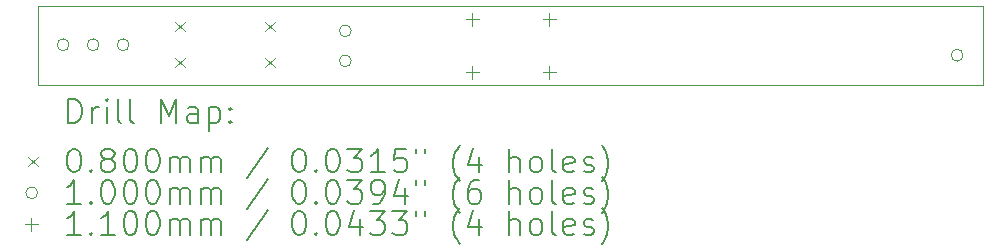
<source format=gbr>
%TF.GenerationSoftware,KiCad,Pcbnew,7.0.10*%
%TF.CreationDate,2024-01-11T16:27:45+00:00*%
%TF.ProjectId,TrapdoorGrid_Andrew,54726170-646f-46f7-9247-7269645f416e,rev?*%
%TF.SameCoordinates,Original*%
%TF.FileFunction,Drillmap*%
%TF.FilePolarity,Positive*%
%FSLAX45Y45*%
G04 Gerber Fmt 4.5, Leading zero omitted, Abs format (unit mm)*
G04 Created by KiCad (PCBNEW 7.0.10) date 2024-01-11 16:27:45*
%MOMM*%
%LPD*%
G01*
G04 APERTURE LIST*
%ADD10C,0.100000*%
%ADD11C,0.200000*%
%ADD12C,0.110000*%
G04 APERTURE END LIST*
D10*
X10000000Y-10000000D02*
X18000000Y-10000000D01*
X18000000Y-10670000D01*
X10000000Y-10670000D01*
X10000000Y-10000000D01*
D11*
D10*
X11161400Y-10132700D02*
X11241400Y-10212700D01*
X11241400Y-10132700D02*
X11161400Y-10212700D01*
X11161400Y-10437500D02*
X11241400Y-10517500D01*
X11241400Y-10437500D02*
X11161400Y-10517500D01*
X11923400Y-10132700D02*
X12003400Y-10212700D01*
X12003400Y-10132700D02*
X11923400Y-10212700D01*
X11923400Y-10437500D02*
X12003400Y-10517500D01*
X12003400Y-10437500D02*
X11923400Y-10517500D01*
X10260800Y-10325100D02*
G75*
G03*
X10160800Y-10325100I-50000J0D01*
G01*
X10160800Y-10325100D02*
G75*
G03*
X10260800Y-10325100I50000J0D01*
G01*
X10514800Y-10325100D02*
G75*
G03*
X10414800Y-10325100I-50000J0D01*
G01*
X10414800Y-10325100D02*
G75*
G03*
X10514800Y-10325100I50000J0D01*
G01*
X10768800Y-10325100D02*
G75*
G03*
X10668800Y-10325100I-50000J0D01*
G01*
X10668800Y-10325100D02*
G75*
G03*
X10768800Y-10325100I50000J0D01*
G01*
X12650000Y-10207500D02*
G75*
G03*
X12550000Y-10207500I-50000J0D01*
G01*
X12550000Y-10207500D02*
G75*
G03*
X12650000Y-10207500I50000J0D01*
G01*
X12650000Y-10461500D02*
G75*
G03*
X12550000Y-10461500I-50000J0D01*
G01*
X12550000Y-10461500D02*
G75*
G03*
X12650000Y-10461500I50000J0D01*
G01*
X17830000Y-10414000D02*
G75*
G03*
X17730000Y-10414000I-50000J0D01*
G01*
X17730000Y-10414000D02*
G75*
G03*
X17830000Y-10414000I50000J0D01*
G01*
D12*
X13675000Y-10055000D02*
X13675000Y-10165000D01*
X13620000Y-10110000D02*
X13730000Y-10110000D01*
X13675000Y-10505000D02*
X13675000Y-10615000D01*
X13620000Y-10560000D02*
X13730000Y-10560000D01*
X14325000Y-10055000D02*
X14325000Y-10165000D01*
X14270000Y-10110000D02*
X14380000Y-10110000D01*
X14325000Y-10505000D02*
X14325000Y-10615000D01*
X14270000Y-10560000D02*
X14380000Y-10560000D01*
D11*
X10255777Y-10986484D02*
X10255777Y-10786484D01*
X10255777Y-10786484D02*
X10303396Y-10786484D01*
X10303396Y-10786484D02*
X10331967Y-10796008D01*
X10331967Y-10796008D02*
X10351015Y-10815055D01*
X10351015Y-10815055D02*
X10360539Y-10834103D01*
X10360539Y-10834103D02*
X10370063Y-10872198D01*
X10370063Y-10872198D02*
X10370063Y-10900770D01*
X10370063Y-10900770D02*
X10360539Y-10938865D01*
X10360539Y-10938865D02*
X10351015Y-10957912D01*
X10351015Y-10957912D02*
X10331967Y-10976960D01*
X10331967Y-10976960D02*
X10303396Y-10986484D01*
X10303396Y-10986484D02*
X10255777Y-10986484D01*
X10455777Y-10986484D02*
X10455777Y-10853150D01*
X10455777Y-10891246D02*
X10465301Y-10872198D01*
X10465301Y-10872198D02*
X10474824Y-10862674D01*
X10474824Y-10862674D02*
X10493872Y-10853150D01*
X10493872Y-10853150D02*
X10512920Y-10853150D01*
X10579586Y-10986484D02*
X10579586Y-10853150D01*
X10579586Y-10786484D02*
X10570063Y-10796008D01*
X10570063Y-10796008D02*
X10579586Y-10805531D01*
X10579586Y-10805531D02*
X10589110Y-10796008D01*
X10589110Y-10796008D02*
X10579586Y-10786484D01*
X10579586Y-10786484D02*
X10579586Y-10805531D01*
X10703396Y-10986484D02*
X10684348Y-10976960D01*
X10684348Y-10976960D02*
X10674824Y-10957912D01*
X10674824Y-10957912D02*
X10674824Y-10786484D01*
X10808158Y-10986484D02*
X10789110Y-10976960D01*
X10789110Y-10976960D02*
X10779586Y-10957912D01*
X10779586Y-10957912D02*
X10779586Y-10786484D01*
X11036729Y-10986484D02*
X11036729Y-10786484D01*
X11036729Y-10786484D02*
X11103396Y-10929341D01*
X11103396Y-10929341D02*
X11170063Y-10786484D01*
X11170063Y-10786484D02*
X11170063Y-10986484D01*
X11351015Y-10986484D02*
X11351015Y-10881722D01*
X11351015Y-10881722D02*
X11341491Y-10862674D01*
X11341491Y-10862674D02*
X11322443Y-10853150D01*
X11322443Y-10853150D02*
X11284348Y-10853150D01*
X11284348Y-10853150D02*
X11265301Y-10862674D01*
X11351015Y-10976960D02*
X11331967Y-10986484D01*
X11331967Y-10986484D02*
X11284348Y-10986484D01*
X11284348Y-10986484D02*
X11265301Y-10976960D01*
X11265301Y-10976960D02*
X11255777Y-10957912D01*
X11255777Y-10957912D02*
X11255777Y-10938865D01*
X11255777Y-10938865D02*
X11265301Y-10919817D01*
X11265301Y-10919817D02*
X11284348Y-10910293D01*
X11284348Y-10910293D02*
X11331967Y-10910293D01*
X11331967Y-10910293D02*
X11351015Y-10900770D01*
X11446253Y-10853150D02*
X11446253Y-11053150D01*
X11446253Y-10862674D02*
X11465301Y-10853150D01*
X11465301Y-10853150D02*
X11503396Y-10853150D01*
X11503396Y-10853150D02*
X11522443Y-10862674D01*
X11522443Y-10862674D02*
X11531967Y-10872198D01*
X11531967Y-10872198D02*
X11541491Y-10891246D01*
X11541491Y-10891246D02*
X11541491Y-10948389D01*
X11541491Y-10948389D02*
X11531967Y-10967436D01*
X11531967Y-10967436D02*
X11522443Y-10976960D01*
X11522443Y-10976960D02*
X11503396Y-10986484D01*
X11503396Y-10986484D02*
X11465301Y-10986484D01*
X11465301Y-10986484D02*
X11446253Y-10976960D01*
X11627205Y-10967436D02*
X11636729Y-10976960D01*
X11636729Y-10976960D02*
X11627205Y-10986484D01*
X11627205Y-10986484D02*
X11617682Y-10976960D01*
X11617682Y-10976960D02*
X11627205Y-10967436D01*
X11627205Y-10967436D02*
X11627205Y-10986484D01*
X11627205Y-10862674D02*
X11636729Y-10872198D01*
X11636729Y-10872198D02*
X11627205Y-10881722D01*
X11627205Y-10881722D02*
X11617682Y-10872198D01*
X11617682Y-10872198D02*
X11627205Y-10862674D01*
X11627205Y-10862674D02*
X11627205Y-10881722D01*
D10*
X9915000Y-11275000D02*
X9995000Y-11355000D01*
X9995000Y-11275000D02*
X9915000Y-11355000D01*
D11*
X10293872Y-11206484D02*
X10312920Y-11206484D01*
X10312920Y-11206484D02*
X10331967Y-11216008D01*
X10331967Y-11216008D02*
X10341491Y-11225531D01*
X10341491Y-11225531D02*
X10351015Y-11244579D01*
X10351015Y-11244579D02*
X10360539Y-11282674D01*
X10360539Y-11282674D02*
X10360539Y-11330293D01*
X10360539Y-11330293D02*
X10351015Y-11368388D01*
X10351015Y-11368388D02*
X10341491Y-11387436D01*
X10341491Y-11387436D02*
X10331967Y-11396960D01*
X10331967Y-11396960D02*
X10312920Y-11406484D01*
X10312920Y-11406484D02*
X10293872Y-11406484D01*
X10293872Y-11406484D02*
X10274824Y-11396960D01*
X10274824Y-11396960D02*
X10265301Y-11387436D01*
X10265301Y-11387436D02*
X10255777Y-11368388D01*
X10255777Y-11368388D02*
X10246253Y-11330293D01*
X10246253Y-11330293D02*
X10246253Y-11282674D01*
X10246253Y-11282674D02*
X10255777Y-11244579D01*
X10255777Y-11244579D02*
X10265301Y-11225531D01*
X10265301Y-11225531D02*
X10274824Y-11216008D01*
X10274824Y-11216008D02*
X10293872Y-11206484D01*
X10446253Y-11387436D02*
X10455777Y-11396960D01*
X10455777Y-11396960D02*
X10446253Y-11406484D01*
X10446253Y-11406484D02*
X10436729Y-11396960D01*
X10436729Y-11396960D02*
X10446253Y-11387436D01*
X10446253Y-11387436D02*
X10446253Y-11406484D01*
X10570063Y-11292198D02*
X10551015Y-11282674D01*
X10551015Y-11282674D02*
X10541491Y-11273150D01*
X10541491Y-11273150D02*
X10531967Y-11254103D01*
X10531967Y-11254103D02*
X10531967Y-11244579D01*
X10531967Y-11244579D02*
X10541491Y-11225531D01*
X10541491Y-11225531D02*
X10551015Y-11216008D01*
X10551015Y-11216008D02*
X10570063Y-11206484D01*
X10570063Y-11206484D02*
X10608158Y-11206484D01*
X10608158Y-11206484D02*
X10627205Y-11216008D01*
X10627205Y-11216008D02*
X10636729Y-11225531D01*
X10636729Y-11225531D02*
X10646253Y-11244579D01*
X10646253Y-11244579D02*
X10646253Y-11254103D01*
X10646253Y-11254103D02*
X10636729Y-11273150D01*
X10636729Y-11273150D02*
X10627205Y-11282674D01*
X10627205Y-11282674D02*
X10608158Y-11292198D01*
X10608158Y-11292198D02*
X10570063Y-11292198D01*
X10570063Y-11292198D02*
X10551015Y-11301722D01*
X10551015Y-11301722D02*
X10541491Y-11311246D01*
X10541491Y-11311246D02*
X10531967Y-11330293D01*
X10531967Y-11330293D02*
X10531967Y-11368388D01*
X10531967Y-11368388D02*
X10541491Y-11387436D01*
X10541491Y-11387436D02*
X10551015Y-11396960D01*
X10551015Y-11396960D02*
X10570063Y-11406484D01*
X10570063Y-11406484D02*
X10608158Y-11406484D01*
X10608158Y-11406484D02*
X10627205Y-11396960D01*
X10627205Y-11396960D02*
X10636729Y-11387436D01*
X10636729Y-11387436D02*
X10646253Y-11368388D01*
X10646253Y-11368388D02*
X10646253Y-11330293D01*
X10646253Y-11330293D02*
X10636729Y-11311246D01*
X10636729Y-11311246D02*
X10627205Y-11301722D01*
X10627205Y-11301722D02*
X10608158Y-11292198D01*
X10770063Y-11206484D02*
X10789110Y-11206484D01*
X10789110Y-11206484D02*
X10808158Y-11216008D01*
X10808158Y-11216008D02*
X10817682Y-11225531D01*
X10817682Y-11225531D02*
X10827205Y-11244579D01*
X10827205Y-11244579D02*
X10836729Y-11282674D01*
X10836729Y-11282674D02*
X10836729Y-11330293D01*
X10836729Y-11330293D02*
X10827205Y-11368388D01*
X10827205Y-11368388D02*
X10817682Y-11387436D01*
X10817682Y-11387436D02*
X10808158Y-11396960D01*
X10808158Y-11396960D02*
X10789110Y-11406484D01*
X10789110Y-11406484D02*
X10770063Y-11406484D01*
X10770063Y-11406484D02*
X10751015Y-11396960D01*
X10751015Y-11396960D02*
X10741491Y-11387436D01*
X10741491Y-11387436D02*
X10731967Y-11368388D01*
X10731967Y-11368388D02*
X10722444Y-11330293D01*
X10722444Y-11330293D02*
X10722444Y-11282674D01*
X10722444Y-11282674D02*
X10731967Y-11244579D01*
X10731967Y-11244579D02*
X10741491Y-11225531D01*
X10741491Y-11225531D02*
X10751015Y-11216008D01*
X10751015Y-11216008D02*
X10770063Y-11206484D01*
X10960539Y-11206484D02*
X10979586Y-11206484D01*
X10979586Y-11206484D02*
X10998634Y-11216008D01*
X10998634Y-11216008D02*
X11008158Y-11225531D01*
X11008158Y-11225531D02*
X11017682Y-11244579D01*
X11017682Y-11244579D02*
X11027205Y-11282674D01*
X11027205Y-11282674D02*
X11027205Y-11330293D01*
X11027205Y-11330293D02*
X11017682Y-11368388D01*
X11017682Y-11368388D02*
X11008158Y-11387436D01*
X11008158Y-11387436D02*
X10998634Y-11396960D01*
X10998634Y-11396960D02*
X10979586Y-11406484D01*
X10979586Y-11406484D02*
X10960539Y-11406484D01*
X10960539Y-11406484D02*
X10941491Y-11396960D01*
X10941491Y-11396960D02*
X10931967Y-11387436D01*
X10931967Y-11387436D02*
X10922444Y-11368388D01*
X10922444Y-11368388D02*
X10912920Y-11330293D01*
X10912920Y-11330293D02*
X10912920Y-11282674D01*
X10912920Y-11282674D02*
X10922444Y-11244579D01*
X10922444Y-11244579D02*
X10931967Y-11225531D01*
X10931967Y-11225531D02*
X10941491Y-11216008D01*
X10941491Y-11216008D02*
X10960539Y-11206484D01*
X11112920Y-11406484D02*
X11112920Y-11273150D01*
X11112920Y-11292198D02*
X11122444Y-11282674D01*
X11122444Y-11282674D02*
X11141491Y-11273150D01*
X11141491Y-11273150D02*
X11170063Y-11273150D01*
X11170063Y-11273150D02*
X11189110Y-11282674D01*
X11189110Y-11282674D02*
X11198634Y-11301722D01*
X11198634Y-11301722D02*
X11198634Y-11406484D01*
X11198634Y-11301722D02*
X11208158Y-11282674D01*
X11208158Y-11282674D02*
X11227205Y-11273150D01*
X11227205Y-11273150D02*
X11255777Y-11273150D01*
X11255777Y-11273150D02*
X11274824Y-11282674D01*
X11274824Y-11282674D02*
X11284348Y-11301722D01*
X11284348Y-11301722D02*
X11284348Y-11406484D01*
X11379586Y-11406484D02*
X11379586Y-11273150D01*
X11379586Y-11292198D02*
X11389110Y-11282674D01*
X11389110Y-11282674D02*
X11408158Y-11273150D01*
X11408158Y-11273150D02*
X11436729Y-11273150D01*
X11436729Y-11273150D02*
X11455777Y-11282674D01*
X11455777Y-11282674D02*
X11465301Y-11301722D01*
X11465301Y-11301722D02*
X11465301Y-11406484D01*
X11465301Y-11301722D02*
X11474824Y-11282674D01*
X11474824Y-11282674D02*
X11493872Y-11273150D01*
X11493872Y-11273150D02*
X11522443Y-11273150D01*
X11522443Y-11273150D02*
X11541491Y-11282674D01*
X11541491Y-11282674D02*
X11551015Y-11301722D01*
X11551015Y-11301722D02*
X11551015Y-11406484D01*
X11941491Y-11196960D02*
X11770063Y-11454103D01*
X12198634Y-11206484D02*
X12217682Y-11206484D01*
X12217682Y-11206484D02*
X12236729Y-11216008D01*
X12236729Y-11216008D02*
X12246253Y-11225531D01*
X12246253Y-11225531D02*
X12255777Y-11244579D01*
X12255777Y-11244579D02*
X12265301Y-11282674D01*
X12265301Y-11282674D02*
X12265301Y-11330293D01*
X12265301Y-11330293D02*
X12255777Y-11368388D01*
X12255777Y-11368388D02*
X12246253Y-11387436D01*
X12246253Y-11387436D02*
X12236729Y-11396960D01*
X12236729Y-11396960D02*
X12217682Y-11406484D01*
X12217682Y-11406484D02*
X12198634Y-11406484D01*
X12198634Y-11406484D02*
X12179586Y-11396960D01*
X12179586Y-11396960D02*
X12170063Y-11387436D01*
X12170063Y-11387436D02*
X12160539Y-11368388D01*
X12160539Y-11368388D02*
X12151015Y-11330293D01*
X12151015Y-11330293D02*
X12151015Y-11282674D01*
X12151015Y-11282674D02*
X12160539Y-11244579D01*
X12160539Y-11244579D02*
X12170063Y-11225531D01*
X12170063Y-11225531D02*
X12179586Y-11216008D01*
X12179586Y-11216008D02*
X12198634Y-11206484D01*
X12351015Y-11387436D02*
X12360539Y-11396960D01*
X12360539Y-11396960D02*
X12351015Y-11406484D01*
X12351015Y-11406484D02*
X12341491Y-11396960D01*
X12341491Y-11396960D02*
X12351015Y-11387436D01*
X12351015Y-11387436D02*
X12351015Y-11406484D01*
X12484348Y-11206484D02*
X12503396Y-11206484D01*
X12503396Y-11206484D02*
X12522444Y-11216008D01*
X12522444Y-11216008D02*
X12531967Y-11225531D01*
X12531967Y-11225531D02*
X12541491Y-11244579D01*
X12541491Y-11244579D02*
X12551015Y-11282674D01*
X12551015Y-11282674D02*
X12551015Y-11330293D01*
X12551015Y-11330293D02*
X12541491Y-11368388D01*
X12541491Y-11368388D02*
X12531967Y-11387436D01*
X12531967Y-11387436D02*
X12522444Y-11396960D01*
X12522444Y-11396960D02*
X12503396Y-11406484D01*
X12503396Y-11406484D02*
X12484348Y-11406484D01*
X12484348Y-11406484D02*
X12465301Y-11396960D01*
X12465301Y-11396960D02*
X12455777Y-11387436D01*
X12455777Y-11387436D02*
X12446253Y-11368388D01*
X12446253Y-11368388D02*
X12436729Y-11330293D01*
X12436729Y-11330293D02*
X12436729Y-11282674D01*
X12436729Y-11282674D02*
X12446253Y-11244579D01*
X12446253Y-11244579D02*
X12455777Y-11225531D01*
X12455777Y-11225531D02*
X12465301Y-11216008D01*
X12465301Y-11216008D02*
X12484348Y-11206484D01*
X12617682Y-11206484D02*
X12741491Y-11206484D01*
X12741491Y-11206484D02*
X12674825Y-11282674D01*
X12674825Y-11282674D02*
X12703396Y-11282674D01*
X12703396Y-11282674D02*
X12722444Y-11292198D01*
X12722444Y-11292198D02*
X12731967Y-11301722D01*
X12731967Y-11301722D02*
X12741491Y-11320769D01*
X12741491Y-11320769D02*
X12741491Y-11368388D01*
X12741491Y-11368388D02*
X12731967Y-11387436D01*
X12731967Y-11387436D02*
X12722444Y-11396960D01*
X12722444Y-11396960D02*
X12703396Y-11406484D01*
X12703396Y-11406484D02*
X12646253Y-11406484D01*
X12646253Y-11406484D02*
X12627206Y-11396960D01*
X12627206Y-11396960D02*
X12617682Y-11387436D01*
X12931967Y-11406484D02*
X12817682Y-11406484D01*
X12874825Y-11406484D02*
X12874825Y-11206484D01*
X12874825Y-11206484D02*
X12855777Y-11235055D01*
X12855777Y-11235055D02*
X12836729Y-11254103D01*
X12836729Y-11254103D02*
X12817682Y-11263627D01*
X13112920Y-11206484D02*
X13017682Y-11206484D01*
X13017682Y-11206484D02*
X13008158Y-11301722D01*
X13008158Y-11301722D02*
X13017682Y-11292198D01*
X13017682Y-11292198D02*
X13036729Y-11282674D01*
X13036729Y-11282674D02*
X13084348Y-11282674D01*
X13084348Y-11282674D02*
X13103396Y-11292198D01*
X13103396Y-11292198D02*
X13112920Y-11301722D01*
X13112920Y-11301722D02*
X13122444Y-11320769D01*
X13122444Y-11320769D02*
X13122444Y-11368388D01*
X13122444Y-11368388D02*
X13112920Y-11387436D01*
X13112920Y-11387436D02*
X13103396Y-11396960D01*
X13103396Y-11396960D02*
X13084348Y-11406484D01*
X13084348Y-11406484D02*
X13036729Y-11406484D01*
X13036729Y-11406484D02*
X13017682Y-11396960D01*
X13017682Y-11396960D02*
X13008158Y-11387436D01*
X13198634Y-11206484D02*
X13198634Y-11244579D01*
X13274825Y-11206484D02*
X13274825Y-11244579D01*
X13570063Y-11482674D02*
X13560539Y-11473150D01*
X13560539Y-11473150D02*
X13541491Y-11444579D01*
X13541491Y-11444579D02*
X13531968Y-11425531D01*
X13531968Y-11425531D02*
X13522444Y-11396960D01*
X13522444Y-11396960D02*
X13512920Y-11349341D01*
X13512920Y-11349341D02*
X13512920Y-11311246D01*
X13512920Y-11311246D02*
X13522444Y-11263627D01*
X13522444Y-11263627D02*
X13531968Y-11235055D01*
X13531968Y-11235055D02*
X13541491Y-11216008D01*
X13541491Y-11216008D02*
X13560539Y-11187436D01*
X13560539Y-11187436D02*
X13570063Y-11177912D01*
X13731968Y-11273150D02*
X13731968Y-11406484D01*
X13684348Y-11196960D02*
X13636729Y-11339817D01*
X13636729Y-11339817D02*
X13760539Y-11339817D01*
X13989110Y-11406484D02*
X13989110Y-11206484D01*
X14074825Y-11406484D02*
X14074825Y-11301722D01*
X14074825Y-11301722D02*
X14065301Y-11282674D01*
X14065301Y-11282674D02*
X14046253Y-11273150D01*
X14046253Y-11273150D02*
X14017682Y-11273150D01*
X14017682Y-11273150D02*
X13998634Y-11282674D01*
X13998634Y-11282674D02*
X13989110Y-11292198D01*
X14198634Y-11406484D02*
X14179587Y-11396960D01*
X14179587Y-11396960D02*
X14170063Y-11387436D01*
X14170063Y-11387436D02*
X14160539Y-11368388D01*
X14160539Y-11368388D02*
X14160539Y-11311246D01*
X14160539Y-11311246D02*
X14170063Y-11292198D01*
X14170063Y-11292198D02*
X14179587Y-11282674D01*
X14179587Y-11282674D02*
X14198634Y-11273150D01*
X14198634Y-11273150D02*
X14227206Y-11273150D01*
X14227206Y-11273150D02*
X14246253Y-11282674D01*
X14246253Y-11282674D02*
X14255777Y-11292198D01*
X14255777Y-11292198D02*
X14265301Y-11311246D01*
X14265301Y-11311246D02*
X14265301Y-11368388D01*
X14265301Y-11368388D02*
X14255777Y-11387436D01*
X14255777Y-11387436D02*
X14246253Y-11396960D01*
X14246253Y-11396960D02*
X14227206Y-11406484D01*
X14227206Y-11406484D02*
X14198634Y-11406484D01*
X14379587Y-11406484D02*
X14360539Y-11396960D01*
X14360539Y-11396960D02*
X14351015Y-11377912D01*
X14351015Y-11377912D02*
X14351015Y-11206484D01*
X14531968Y-11396960D02*
X14512920Y-11406484D01*
X14512920Y-11406484D02*
X14474825Y-11406484D01*
X14474825Y-11406484D02*
X14455777Y-11396960D01*
X14455777Y-11396960D02*
X14446253Y-11377912D01*
X14446253Y-11377912D02*
X14446253Y-11301722D01*
X14446253Y-11301722D02*
X14455777Y-11282674D01*
X14455777Y-11282674D02*
X14474825Y-11273150D01*
X14474825Y-11273150D02*
X14512920Y-11273150D01*
X14512920Y-11273150D02*
X14531968Y-11282674D01*
X14531968Y-11282674D02*
X14541491Y-11301722D01*
X14541491Y-11301722D02*
X14541491Y-11320769D01*
X14541491Y-11320769D02*
X14446253Y-11339817D01*
X14617682Y-11396960D02*
X14636730Y-11406484D01*
X14636730Y-11406484D02*
X14674825Y-11406484D01*
X14674825Y-11406484D02*
X14693872Y-11396960D01*
X14693872Y-11396960D02*
X14703396Y-11377912D01*
X14703396Y-11377912D02*
X14703396Y-11368388D01*
X14703396Y-11368388D02*
X14693872Y-11349341D01*
X14693872Y-11349341D02*
X14674825Y-11339817D01*
X14674825Y-11339817D02*
X14646253Y-11339817D01*
X14646253Y-11339817D02*
X14627206Y-11330293D01*
X14627206Y-11330293D02*
X14617682Y-11311246D01*
X14617682Y-11311246D02*
X14617682Y-11301722D01*
X14617682Y-11301722D02*
X14627206Y-11282674D01*
X14627206Y-11282674D02*
X14646253Y-11273150D01*
X14646253Y-11273150D02*
X14674825Y-11273150D01*
X14674825Y-11273150D02*
X14693872Y-11282674D01*
X14770063Y-11482674D02*
X14779587Y-11473150D01*
X14779587Y-11473150D02*
X14798634Y-11444579D01*
X14798634Y-11444579D02*
X14808158Y-11425531D01*
X14808158Y-11425531D02*
X14817682Y-11396960D01*
X14817682Y-11396960D02*
X14827206Y-11349341D01*
X14827206Y-11349341D02*
X14827206Y-11311246D01*
X14827206Y-11311246D02*
X14817682Y-11263627D01*
X14817682Y-11263627D02*
X14808158Y-11235055D01*
X14808158Y-11235055D02*
X14798634Y-11216008D01*
X14798634Y-11216008D02*
X14779587Y-11187436D01*
X14779587Y-11187436D02*
X14770063Y-11177912D01*
D10*
X9995000Y-11579000D02*
G75*
G03*
X9895000Y-11579000I-50000J0D01*
G01*
X9895000Y-11579000D02*
G75*
G03*
X9995000Y-11579000I50000J0D01*
G01*
D11*
X10360539Y-11670484D02*
X10246253Y-11670484D01*
X10303396Y-11670484D02*
X10303396Y-11470484D01*
X10303396Y-11470484D02*
X10284348Y-11499055D01*
X10284348Y-11499055D02*
X10265301Y-11518103D01*
X10265301Y-11518103D02*
X10246253Y-11527627D01*
X10446253Y-11651436D02*
X10455777Y-11660960D01*
X10455777Y-11660960D02*
X10446253Y-11670484D01*
X10446253Y-11670484D02*
X10436729Y-11660960D01*
X10436729Y-11660960D02*
X10446253Y-11651436D01*
X10446253Y-11651436D02*
X10446253Y-11670484D01*
X10579586Y-11470484D02*
X10598634Y-11470484D01*
X10598634Y-11470484D02*
X10617682Y-11480008D01*
X10617682Y-11480008D02*
X10627205Y-11489531D01*
X10627205Y-11489531D02*
X10636729Y-11508579D01*
X10636729Y-11508579D02*
X10646253Y-11546674D01*
X10646253Y-11546674D02*
X10646253Y-11594293D01*
X10646253Y-11594293D02*
X10636729Y-11632388D01*
X10636729Y-11632388D02*
X10627205Y-11651436D01*
X10627205Y-11651436D02*
X10617682Y-11660960D01*
X10617682Y-11660960D02*
X10598634Y-11670484D01*
X10598634Y-11670484D02*
X10579586Y-11670484D01*
X10579586Y-11670484D02*
X10560539Y-11660960D01*
X10560539Y-11660960D02*
X10551015Y-11651436D01*
X10551015Y-11651436D02*
X10541491Y-11632388D01*
X10541491Y-11632388D02*
X10531967Y-11594293D01*
X10531967Y-11594293D02*
X10531967Y-11546674D01*
X10531967Y-11546674D02*
X10541491Y-11508579D01*
X10541491Y-11508579D02*
X10551015Y-11489531D01*
X10551015Y-11489531D02*
X10560539Y-11480008D01*
X10560539Y-11480008D02*
X10579586Y-11470484D01*
X10770063Y-11470484D02*
X10789110Y-11470484D01*
X10789110Y-11470484D02*
X10808158Y-11480008D01*
X10808158Y-11480008D02*
X10817682Y-11489531D01*
X10817682Y-11489531D02*
X10827205Y-11508579D01*
X10827205Y-11508579D02*
X10836729Y-11546674D01*
X10836729Y-11546674D02*
X10836729Y-11594293D01*
X10836729Y-11594293D02*
X10827205Y-11632388D01*
X10827205Y-11632388D02*
X10817682Y-11651436D01*
X10817682Y-11651436D02*
X10808158Y-11660960D01*
X10808158Y-11660960D02*
X10789110Y-11670484D01*
X10789110Y-11670484D02*
X10770063Y-11670484D01*
X10770063Y-11670484D02*
X10751015Y-11660960D01*
X10751015Y-11660960D02*
X10741491Y-11651436D01*
X10741491Y-11651436D02*
X10731967Y-11632388D01*
X10731967Y-11632388D02*
X10722444Y-11594293D01*
X10722444Y-11594293D02*
X10722444Y-11546674D01*
X10722444Y-11546674D02*
X10731967Y-11508579D01*
X10731967Y-11508579D02*
X10741491Y-11489531D01*
X10741491Y-11489531D02*
X10751015Y-11480008D01*
X10751015Y-11480008D02*
X10770063Y-11470484D01*
X10960539Y-11470484D02*
X10979586Y-11470484D01*
X10979586Y-11470484D02*
X10998634Y-11480008D01*
X10998634Y-11480008D02*
X11008158Y-11489531D01*
X11008158Y-11489531D02*
X11017682Y-11508579D01*
X11017682Y-11508579D02*
X11027205Y-11546674D01*
X11027205Y-11546674D02*
X11027205Y-11594293D01*
X11027205Y-11594293D02*
X11017682Y-11632388D01*
X11017682Y-11632388D02*
X11008158Y-11651436D01*
X11008158Y-11651436D02*
X10998634Y-11660960D01*
X10998634Y-11660960D02*
X10979586Y-11670484D01*
X10979586Y-11670484D02*
X10960539Y-11670484D01*
X10960539Y-11670484D02*
X10941491Y-11660960D01*
X10941491Y-11660960D02*
X10931967Y-11651436D01*
X10931967Y-11651436D02*
X10922444Y-11632388D01*
X10922444Y-11632388D02*
X10912920Y-11594293D01*
X10912920Y-11594293D02*
X10912920Y-11546674D01*
X10912920Y-11546674D02*
X10922444Y-11508579D01*
X10922444Y-11508579D02*
X10931967Y-11489531D01*
X10931967Y-11489531D02*
X10941491Y-11480008D01*
X10941491Y-11480008D02*
X10960539Y-11470484D01*
X11112920Y-11670484D02*
X11112920Y-11537150D01*
X11112920Y-11556198D02*
X11122444Y-11546674D01*
X11122444Y-11546674D02*
X11141491Y-11537150D01*
X11141491Y-11537150D02*
X11170063Y-11537150D01*
X11170063Y-11537150D02*
X11189110Y-11546674D01*
X11189110Y-11546674D02*
X11198634Y-11565722D01*
X11198634Y-11565722D02*
X11198634Y-11670484D01*
X11198634Y-11565722D02*
X11208158Y-11546674D01*
X11208158Y-11546674D02*
X11227205Y-11537150D01*
X11227205Y-11537150D02*
X11255777Y-11537150D01*
X11255777Y-11537150D02*
X11274824Y-11546674D01*
X11274824Y-11546674D02*
X11284348Y-11565722D01*
X11284348Y-11565722D02*
X11284348Y-11670484D01*
X11379586Y-11670484D02*
X11379586Y-11537150D01*
X11379586Y-11556198D02*
X11389110Y-11546674D01*
X11389110Y-11546674D02*
X11408158Y-11537150D01*
X11408158Y-11537150D02*
X11436729Y-11537150D01*
X11436729Y-11537150D02*
X11455777Y-11546674D01*
X11455777Y-11546674D02*
X11465301Y-11565722D01*
X11465301Y-11565722D02*
X11465301Y-11670484D01*
X11465301Y-11565722D02*
X11474824Y-11546674D01*
X11474824Y-11546674D02*
X11493872Y-11537150D01*
X11493872Y-11537150D02*
X11522443Y-11537150D01*
X11522443Y-11537150D02*
X11541491Y-11546674D01*
X11541491Y-11546674D02*
X11551015Y-11565722D01*
X11551015Y-11565722D02*
X11551015Y-11670484D01*
X11941491Y-11460960D02*
X11770063Y-11718103D01*
X12198634Y-11470484D02*
X12217682Y-11470484D01*
X12217682Y-11470484D02*
X12236729Y-11480008D01*
X12236729Y-11480008D02*
X12246253Y-11489531D01*
X12246253Y-11489531D02*
X12255777Y-11508579D01*
X12255777Y-11508579D02*
X12265301Y-11546674D01*
X12265301Y-11546674D02*
X12265301Y-11594293D01*
X12265301Y-11594293D02*
X12255777Y-11632388D01*
X12255777Y-11632388D02*
X12246253Y-11651436D01*
X12246253Y-11651436D02*
X12236729Y-11660960D01*
X12236729Y-11660960D02*
X12217682Y-11670484D01*
X12217682Y-11670484D02*
X12198634Y-11670484D01*
X12198634Y-11670484D02*
X12179586Y-11660960D01*
X12179586Y-11660960D02*
X12170063Y-11651436D01*
X12170063Y-11651436D02*
X12160539Y-11632388D01*
X12160539Y-11632388D02*
X12151015Y-11594293D01*
X12151015Y-11594293D02*
X12151015Y-11546674D01*
X12151015Y-11546674D02*
X12160539Y-11508579D01*
X12160539Y-11508579D02*
X12170063Y-11489531D01*
X12170063Y-11489531D02*
X12179586Y-11480008D01*
X12179586Y-11480008D02*
X12198634Y-11470484D01*
X12351015Y-11651436D02*
X12360539Y-11660960D01*
X12360539Y-11660960D02*
X12351015Y-11670484D01*
X12351015Y-11670484D02*
X12341491Y-11660960D01*
X12341491Y-11660960D02*
X12351015Y-11651436D01*
X12351015Y-11651436D02*
X12351015Y-11670484D01*
X12484348Y-11470484D02*
X12503396Y-11470484D01*
X12503396Y-11470484D02*
X12522444Y-11480008D01*
X12522444Y-11480008D02*
X12531967Y-11489531D01*
X12531967Y-11489531D02*
X12541491Y-11508579D01*
X12541491Y-11508579D02*
X12551015Y-11546674D01*
X12551015Y-11546674D02*
X12551015Y-11594293D01*
X12551015Y-11594293D02*
X12541491Y-11632388D01*
X12541491Y-11632388D02*
X12531967Y-11651436D01*
X12531967Y-11651436D02*
X12522444Y-11660960D01*
X12522444Y-11660960D02*
X12503396Y-11670484D01*
X12503396Y-11670484D02*
X12484348Y-11670484D01*
X12484348Y-11670484D02*
X12465301Y-11660960D01*
X12465301Y-11660960D02*
X12455777Y-11651436D01*
X12455777Y-11651436D02*
X12446253Y-11632388D01*
X12446253Y-11632388D02*
X12436729Y-11594293D01*
X12436729Y-11594293D02*
X12436729Y-11546674D01*
X12436729Y-11546674D02*
X12446253Y-11508579D01*
X12446253Y-11508579D02*
X12455777Y-11489531D01*
X12455777Y-11489531D02*
X12465301Y-11480008D01*
X12465301Y-11480008D02*
X12484348Y-11470484D01*
X12617682Y-11470484D02*
X12741491Y-11470484D01*
X12741491Y-11470484D02*
X12674825Y-11546674D01*
X12674825Y-11546674D02*
X12703396Y-11546674D01*
X12703396Y-11546674D02*
X12722444Y-11556198D01*
X12722444Y-11556198D02*
X12731967Y-11565722D01*
X12731967Y-11565722D02*
X12741491Y-11584769D01*
X12741491Y-11584769D02*
X12741491Y-11632388D01*
X12741491Y-11632388D02*
X12731967Y-11651436D01*
X12731967Y-11651436D02*
X12722444Y-11660960D01*
X12722444Y-11660960D02*
X12703396Y-11670484D01*
X12703396Y-11670484D02*
X12646253Y-11670484D01*
X12646253Y-11670484D02*
X12627206Y-11660960D01*
X12627206Y-11660960D02*
X12617682Y-11651436D01*
X12836729Y-11670484D02*
X12874825Y-11670484D01*
X12874825Y-11670484D02*
X12893872Y-11660960D01*
X12893872Y-11660960D02*
X12903396Y-11651436D01*
X12903396Y-11651436D02*
X12922444Y-11622865D01*
X12922444Y-11622865D02*
X12931967Y-11584769D01*
X12931967Y-11584769D02*
X12931967Y-11508579D01*
X12931967Y-11508579D02*
X12922444Y-11489531D01*
X12922444Y-11489531D02*
X12912920Y-11480008D01*
X12912920Y-11480008D02*
X12893872Y-11470484D01*
X12893872Y-11470484D02*
X12855777Y-11470484D01*
X12855777Y-11470484D02*
X12836729Y-11480008D01*
X12836729Y-11480008D02*
X12827206Y-11489531D01*
X12827206Y-11489531D02*
X12817682Y-11508579D01*
X12817682Y-11508579D02*
X12817682Y-11556198D01*
X12817682Y-11556198D02*
X12827206Y-11575246D01*
X12827206Y-11575246D02*
X12836729Y-11584769D01*
X12836729Y-11584769D02*
X12855777Y-11594293D01*
X12855777Y-11594293D02*
X12893872Y-11594293D01*
X12893872Y-11594293D02*
X12912920Y-11584769D01*
X12912920Y-11584769D02*
X12922444Y-11575246D01*
X12922444Y-11575246D02*
X12931967Y-11556198D01*
X13103396Y-11537150D02*
X13103396Y-11670484D01*
X13055777Y-11460960D02*
X13008158Y-11603817D01*
X13008158Y-11603817D02*
X13131967Y-11603817D01*
X13198634Y-11470484D02*
X13198634Y-11508579D01*
X13274825Y-11470484D02*
X13274825Y-11508579D01*
X13570063Y-11746674D02*
X13560539Y-11737150D01*
X13560539Y-11737150D02*
X13541491Y-11708579D01*
X13541491Y-11708579D02*
X13531968Y-11689531D01*
X13531968Y-11689531D02*
X13522444Y-11660960D01*
X13522444Y-11660960D02*
X13512920Y-11613341D01*
X13512920Y-11613341D02*
X13512920Y-11575246D01*
X13512920Y-11575246D02*
X13522444Y-11527627D01*
X13522444Y-11527627D02*
X13531968Y-11499055D01*
X13531968Y-11499055D02*
X13541491Y-11480008D01*
X13541491Y-11480008D02*
X13560539Y-11451436D01*
X13560539Y-11451436D02*
X13570063Y-11441912D01*
X13731968Y-11470484D02*
X13693872Y-11470484D01*
X13693872Y-11470484D02*
X13674825Y-11480008D01*
X13674825Y-11480008D02*
X13665301Y-11489531D01*
X13665301Y-11489531D02*
X13646253Y-11518103D01*
X13646253Y-11518103D02*
X13636729Y-11556198D01*
X13636729Y-11556198D02*
X13636729Y-11632388D01*
X13636729Y-11632388D02*
X13646253Y-11651436D01*
X13646253Y-11651436D02*
X13655777Y-11660960D01*
X13655777Y-11660960D02*
X13674825Y-11670484D01*
X13674825Y-11670484D02*
X13712920Y-11670484D01*
X13712920Y-11670484D02*
X13731968Y-11660960D01*
X13731968Y-11660960D02*
X13741491Y-11651436D01*
X13741491Y-11651436D02*
X13751015Y-11632388D01*
X13751015Y-11632388D02*
X13751015Y-11584769D01*
X13751015Y-11584769D02*
X13741491Y-11565722D01*
X13741491Y-11565722D02*
X13731968Y-11556198D01*
X13731968Y-11556198D02*
X13712920Y-11546674D01*
X13712920Y-11546674D02*
X13674825Y-11546674D01*
X13674825Y-11546674D02*
X13655777Y-11556198D01*
X13655777Y-11556198D02*
X13646253Y-11565722D01*
X13646253Y-11565722D02*
X13636729Y-11584769D01*
X13989110Y-11670484D02*
X13989110Y-11470484D01*
X14074825Y-11670484D02*
X14074825Y-11565722D01*
X14074825Y-11565722D02*
X14065301Y-11546674D01*
X14065301Y-11546674D02*
X14046253Y-11537150D01*
X14046253Y-11537150D02*
X14017682Y-11537150D01*
X14017682Y-11537150D02*
X13998634Y-11546674D01*
X13998634Y-11546674D02*
X13989110Y-11556198D01*
X14198634Y-11670484D02*
X14179587Y-11660960D01*
X14179587Y-11660960D02*
X14170063Y-11651436D01*
X14170063Y-11651436D02*
X14160539Y-11632388D01*
X14160539Y-11632388D02*
X14160539Y-11575246D01*
X14160539Y-11575246D02*
X14170063Y-11556198D01*
X14170063Y-11556198D02*
X14179587Y-11546674D01*
X14179587Y-11546674D02*
X14198634Y-11537150D01*
X14198634Y-11537150D02*
X14227206Y-11537150D01*
X14227206Y-11537150D02*
X14246253Y-11546674D01*
X14246253Y-11546674D02*
X14255777Y-11556198D01*
X14255777Y-11556198D02*
X14265301Y-11575246D01*
X14265301Y-11575246D02*
X14265301Y-11632388D01*
X14265301Y-11632388D02*
X14255777Y-11651436D01*
X14255777Y-11651436D02*
X14246253Y-11660960D01*
X14246253Y-11660960D02*
X14227206Y-11670484D01*
X14227206Y-11670484D02*
X14198634Y-11670484D01*
X14379587Y-11670484D02*
X14360539Y-11660960D01*
X14360539Y-11660960D02*
X14351015Y-11641912D01*
X14351015Y-11641912D02*
X14351015Y-11470484D01*
X14531968Y-11660960D02*
X14512920Y-11670484D01*
X14512920Y-11670484D02*
X14474825Y-11670484D01*
X14474825Y-11670484D02*
X14455777Y-11660960D01*
X14455777Y-11660960D02*
X14446253Y-11641912D01*
X14446253Y-11641912D02*
X14446253Y-11565722D01*
X14446253Y-11565722D02*
X14455777Y-11546674D01*
X14455777Y-11546674D02*
X14474825Y-11537150D01*
X14474825Y-11537150D02*
X14512920Y-11537150D01*
X14512920Y-11537150D02*
X14531968Y-11546674D01*
X14531968Y-11546674D02*
X14541491Y-11565722D01*
X14541491Y-11565722D02*
X14541491Y-11584769D01*
X14541491Y-11584769D02*
X14446253Y-11603817D01*
X14617682Y-11660960D02*
X14636730Y-11670484D01*
X14636730Y-11670484D02*
X14674825Y-11670484D01*
X14674825Y-11670484D02*
X14693872Y-11660960D01*
X14693872Y-11660960D02*
X14703396Y-11641912D01*
X14703396Y-11641912D02*
X14703396Y-11632388D01*
X14703396Y-11632388D02*
X14693872Y-11613341D01*
X14693872Y-11613341D02*
X14674825Y-11603817D01*
X14674825Y-11603817D02*
X14646253Y-11603817D01*
X14646253Y-11603817D02*
X14627206Y-11594293D01*
X14627206Y-11594293D02*
X14617682Y-11575246D01*
X14617682Y-11575246D02*
X14617682Y-11565722D01*
X14617682Y-11565722D02*
X14627206Y-11546674D01*
X14627206Y-11546674D02*
X14646253Y-11537150D01*
X14646253Y-11537150D02*
X14674825Y-11537150D01*
X14674825Y-11537150D02*
X14693872Y-11546674D01*
X14770063Y-11746674D02*
X14779587Y-11737150D01*
X14779587Y-11737150D02*
X14798634Y-11708579D01*
X14798634Y-11708579D02*
X14808158Y-11689531D01*
X14808158Y-11689531D02*
X14817682Y-11660960D01*
X14817682Y-11660960D02*
X14827206Y-11613341D01*
X14827206Y-11613341D02*
X14827206Y-11575246D01*
X14827206Y-11575246D02*
X14817682Y-11527627D01*
X14817682Y-11527627D02*
X14808158Y-11499055D01*
X14808158Y-11499055D02*
X14798634Y-11480008D01*
X14798634Y-11480008D02*
X14779587Y-11451436D01*
X14779587Y-11451436D02*
X14770063Y-11441912D01*
D12*
X9940000Y-11788000D02*
X9940000Y-11898000D01*
X9885000Y-11843000D02*
X9995000Y-11843000D01*
D11*
X10360539Y-11934484D02*
X10246253Y-11934484D01*
X10303396Y-11934484D02*
X10303396Y-11734484D01*
X10303396Y-11734484D02*
X10284348Y-11763055D01*
X10284348Y-11763055D02*
X10265301Y-11782103D01*
X10265301Y-11782103D02*
X10246253Y-11791627D01*
X10446253Y-11915436D02*
X10455777Y-11924960D01*
X10455777Y-11924960D02*
X10446253Y-11934484D01*
X10446253Y-11934484D02*
X10436729Y-11924960D01*
X10436729Y-11924960D02*
X10446253Y-11915436D01*
X10446253Y-11915436D02*
X10446253Y-11934484D01*
X10646253Y-11934484D02*
X10531967Y-11934484D01*
X10589110Y-11934484D02*
X10589110Y-11734484D01*
X10589110Y-11734484D02*
X10570063Y-11763055D01*
X10570063Y-11763055D02*
X10551015Y-11782103D01*
X10551015Y-11782103D02*
X10531967Y-11791627D01*
X10770063Y-11734484D02*
X10789110Y-11734484D01*
X10789110Y-11734484D02*
X10808158Y-11744008D01*
X10808158Y-11744008D02*
X10817682Y-11753531D01*
X10817682Y-11753531D02*
X10827205Y-11772579D01*
X10827205Y-11772579D02*
X10836729Y-11810674D01*
X10836729Y-11810674D02*
X10836729Y-11858293D01*
X10836729Y-11858293D02*
X10827205Y-11896388D01*
X10827205Y-11896388D02*
X10817682Y-11915436D01*
X10817682Y-11915436D02*
X10808158Y-11924960D01*
X10808158Y-11924960D02*
X10789110Y-11934484D01*
X10789110Y-11934484D02*
X10770063Y-11934484D01*
X10770063Y-11934484D02*
X10751015Y-11924960D01*
X10751015Y-11924960D02*
X10741491Y-11915436D01*
X10741491Y-11915436D02*
X10731967Y-11896388D01*
X10731967Y-11896388D02*
X10722444Y-11858293D01*
X10722444Y-11858293D02*
X10722444Y-11810674D01*
X10722444Y-11810674D02*
X10731967Y-11772579D01*
X10731967Y-11772579D02*
X10741491Y-11753531D01*
X10741491Y-11753531D02*
X10751015Y-11744008D01*
X10751015Y-11744008D02*
X10770063Y-11734484D01*
X10960539Y-11734484D02*
X10979586Y-11734484D01*
X10979586Y-11734484D02*
X10998634Y-11744008D01*
X10998634Y-11744008D02*
X11008158Y-11753531D01*
X11008158Y-11753531D02*
X11017682Y-11772579D01*
X11017682Y-11772579D02*
X11027205Y-11810674D01*
X11027205Y-11810674D02*
X11027205Y-11858293D01*
X11027205Y-11858293D02*
X11017682Y-11896388D01*
X11017682Y-11896388D02*
X11008158Y-11915436D01*
X11008158Y-11915436D02*
X10998634Y-11924960D01*
X10998634Y-11924960D02*
X10979586Y-11934484D01*
X10979586Y-11934484D02*
X10960539Y-11934484D01*
X10960539Y-11934484D02*
X10941491Y-11924960D01*
X10941491Y-11924960D02*
X10931967Y-11915436D01*
X10931967Y-11915436D02*
X10922444Y-11896388D01*
X10922444Y-11896388D02*
X10912920Y-11858293D01*
X10912920Y-11858293D02*
X10912920Y-11810674D01*
X10912920Y-11810674D02*
X10922444Y-11772579D01*
X10922444Y-11772579D02*
X10931967Y-11753531D01*
X10931967Y-11753531D02*
X10941491Y-11744008D01*
X10941491Y-11744008D02*
X10960539Y-11734484D01*
X11112920Y-11934484D02*
X11112920Y-11801150D01*
X11112920Y-11820198D02*
X11122444Y-11810674D01*
X11122444Y-11810674D02*
X11141491Y-11801150D01*
X11141491Y-11801150D02*
X11170063Y-11801150D01*
X11170063Y-11801150D02*
X11189110Y-11810674D01*
X11189110Y-11810674D02*
X11198634Y-11829722D01*
X11198634Y-11829722D02*
X11198634Y-11934484D01*
X11198634Y-11829722D02*
X11208158Y-11810674D01*
X11208158Y-11810674D02*
X11227205Y-11801150D01*
X11227205Y-11801150D02*
X11255777Y-11801150D01*
X11255777Y-11801150D02*
X11274824Y-11810674D01*
X11274824Y-11810674D02*
X11284348Y-11829722D01*
X11284348Y-11829722D02*
X11284348Y-11934484D01*
X11379586Y-11934484D02*
X11379586Y-11801150D01*
X11379586Y-11820198D02*
X11389110Y-11810674D01*
X11389110Y-11810674D02*
X11408158Y-11801150D01*
X11408158Y-11801150D02*
X11436729Y-11801150D01*
X11436729Y-11801150D02*
X11455777Y-11810674D01*
X11455777Y-11810674D02*
X11465301Y-11829722D01*
X11465301Y-11829722D02*
X11465301Y-11934484D01*
X11465301Y-11829722D02*
X11474824Y-11810674D01*
X11474824Y-11810674D02*
X11493872Y-11801150D01*
X11493872Y-11801150D02*
X11522443Y-11801150D01*
X11522443Y-11801150D02*
X11541491Y-11810674D01*
X11541491Y-11810674D02*
X11551015Y-11829722D01*
X11551015Y-11829722D02*
X11551015Y-11934484D01*
X11941491Y-11724960D02*
X11770063Y-11982103D01*
X12198634Y-11734484D02*
X12217682Y-11734484D01*
X12217682Y-11734484D02*
X12236729Y-11744008D01*
X12236729Y-11744008D02*
X12246253Y-11753531D01*
X12246253Y-11753531D02*
X12255777Y-11772579D01*
X12255777Y-11772579D02*
X12265301Y-11810674D01*
X12265301Y-11810674D02*
X12265301Y-11858293D01*
X12265301Y-11858293D02*
X12255777Y-11896388D01*
X12255777Y-11896388D02*
X12246253Y-11915436D01*
X12246253Y-11915436D02*
X12236729Y-11924960D01*
X12236729Y-11924960D02*
X12217682Y-11934484D01*
X12217682Y-11934484D02*
X12198634Y-11934484D01*
X12198634Y-11934484D02*
X12179586Y-11924960D01*
X12179586Y-11924960D02*
X12170063Y-11915436D01*
X12170063Y-11915436D02*
X12160539Y-11896388D01*
X12160539Y-11896388D02*
X12151015Y-11858293D01*
X12151015Y-11858293D02*
X12151015Y-11810674D01*
X12151015Y-11810674D02*
X12160539Y-11772579D01*
X12160539Y-11772579D02*
X12170063Y-11753531D01*
X12170063Y-11753531D02*
X12179586Y-11744008D01*
X12179586Y-11744008D02*
X12198634Y-11734484D01*
X12351015Y-11915436D02*
X12360539Y-11924960D01*
X12360539Y-11924960D02*
X12351015Y-11934484D01*
X12351015Y-11934484D02*
X12341491Y-11924960D01*
X12341491Y-11924960D02*
X12351015Y-11915436D01*
X12351015Y-11915436D02*
X12351015Y-11934484D01*
X12484348Y-11734484D02*
X12503396Y-11734484D01*
X12503396Y-11734484D02*
X12522444Y-11744008D01*
X12522444Y-11744008D02*
X12531967Y-11753531D01*
X12531967Y-11753531D02*
X12541491Y-11772579D01*
X12541491Y-11772579D02*
X12551015Y-11810674D01*
X12551015Y-11810674D02*
X12551015Y-11858293D01*
X12551015Y-11858293D02*
X12541491Y-11896388D01*
X12541491Y-11896388D02*
X12531967Y-11915436D01*
X12531967Y-11915436D02*
X12522444Y-11924960D01*
X12522444Y-11924960D02*
X12503396Y-11934484D01*
X12503396Y-11934484D02*
X12484348Y-11934484D01*
X12484348Y-11934484D02*
X12465301Y-11924960D01*
X12465301Y-11924960D02*
X12455777Y-11915436D01*
X12455777Y-11915436D02*
X12446253Y-11896388D01*
X12446253Y-11896388D02*
X12436729Y-11858293D01*
X12436729Y-11858293D02*
X12436729Y-11810674D01*
X12436729Y-11810674D02*
X12446253Y-11772579D01*
X12446253Y-11772579D02*
X12455777Y-11753531D01*
X12455777Y-11753531D02*
X12465301Y-11744008D01*
X12465301Y-11744008D02*
X12484348Y-11734484D01*
X12722444Y-11801150D02*
X12722444Y-11934484D01*
X12674825Y-11724960D02*
X12627206Y-11867817D01*
X12627206Y-11867817D02*
X12751015Y-11867817D01*
X12808158Y-11734484D02*
X12931967Y-11734484D01*
X12931967Y-11734484D02*
X12865301Y-11810674D01*
X12865301Y-11810674D02*
X12893872Y-11810674D01*
X12893872Y-11810674D02*
X12912920Y-11820198D01*
X12912920Y-11820198D02*
X12922444Y-11829722D01*
X12922444Y-11829722D02*
X12931967Y-11848769D01*
X12931967Y-11848769D02*
X12931967Y-11896388D01*
X12931967Y-11896388D02*
X12922444Y-11915436D01*
X12922444Y-11915436D02*
X12912920Y-11924960D01*
X12912920Y-11924960D02*
X12893872Y-11934484D01*
X12893872Y-11934484D02*
X12836729Y-11934484D01*
X12836729Y-11934484D02*
X12817682Y-11924960D01*
X12817682Y-11924960D02*
X12808158Y-11915436D01*
X12998634Y-11734484D02*
X13122444Y-11734484D01*
X13122444Y-11734484D02*
X13055777Y-11810674D01*
X13055777Y-11810674D02*
X13084348Y-11810674D01*
X13084348Y-11810674D02*
X13103396Y-11820198D01*
X13103396Y-11820198D02*
X13112920Y-11829722D01*
X13112920Y-11829722D02*
X13122444Y-11848769D01*
X13122444Y-11848769D02*
X13122444Y-11896388D01*
X13122444Y-11896388D02*
X13112920Y-11915436D01*
X13112920Y-11915436D02*
X13103396Y-11924960D01*
X13103396Y-11924960D02*
X13084348Y-11934484D01*
X13084348Y-11934484D02*
X13027206Y-11934484D01*
X13027206Y-11934484D02*
X13008158Y-11924960D01*
X13008158Y-11924960D02*
X12998634Y-11915436D01*
X13198634Y-11734484D02*
X13198634Y-11772579D01*
X13274825Y-11734484D02*
X13274825Y-11772579D01*
X13570063Y-12010674D02*
X13560539Y-12001150D01*
X13560539Y-12001150D02*
X13541491Y-11972579D01*
X13541491Y-11972579D02*
X13531968Y-11953531D01*
X13531968Y-11953531D02*
X13522444Y-11924960D01*
X13522444Y-11924960D02*
X13512920Y-11877341D01*
X13512920Y-11877341D02*
X13512920Y-11839246D01*
X13512920Y-11839246D02*
X13522444Y-11791627D01*
X13522444Y-11791627D02*
X13531968Y-11763055D01*
X13531968Y-11763055D02*
X13541491Y-11744008D01*
X13541491Y-11744008D02*
X13560539Y-11715436D01*
X13560539Y-11715436D02*
X13570063Y-11705912D01*
X13731968Y-11801150D02*
X13731968Y-11934484D01*
X13684348Y-11724960D02*
X13636729Y-11867817D01*
X13636729Y-11867817D02*
X13760539Y-11867817D01*
X13989110Y-11934484D02*
X13989110Y-11734484D01*
X14074825Y-11934484D02*
X14074825Y-11829722D01*
X14074825Y-11829722D02*
X14065301Y-11810674D01*
X14065301Y-11810674D02*
X14046253Y-11801150D01*
X14046253Y-11801150D02*
X14017682Y-11801150D01*
X14017682Y-11801150D02*
X13998634Y-11810674D01*
X13998634Y-11810674D02*
X13989110Y-11820198D01*
X14198634Y-11934484D02*
X14179587Y-11924960D01*
X14179587Y-11924960D02*
X14170063Y-11915436D01*
X14170063Y-11915436D02*
X14160539Y-11896388D01*
X14160539Y-11896388D02*
X14160539Y-11839246D01*
X14160539Y-11839246D02*
X14170063Y-11820198D01*
X14170063Y-11820198D02*
X14179587Y-11810674D01*
X14179587Y-11810674D02*
X14198634Y-11801150D01*
X14198634Y-11801150D02*
X14227206Y-11801150D01*
X14227206Y-11801150D02*
X14246253Y-11810674D01*
X14246253Y-11810674D02*
X14255777Y-11820198D01*
X14255777Y-11820198D02*
X14265301Y-11839246D01*
X14265301Y-11839246D02*
X14265301Y-11896388D01*
X14265301Y-11896388D02*
X14255777Y-11915436D01*
X14255777Y-11915436D02*
X14246253Y-11924960D01*
X14246253Y-11924960D02*
X14227206Y-11934484D01*
X14227206Y-11934484D02*
X14198634Y-11934484D01*
X14379587Y-11934484D02*
X14360539Y-11924960D01*
X14360539Y-11924960D02*
X14351015Y-11905912D01*
X14351015Y-11905912D02*
X14351015Y-11734484D01*
X14531968Y-11924960D02*
X14512920Y-11934484D01*
X14512920Y-11934484D02*
X14474825Y-11934484D01*
X14474825Y-11934484D02*
X14455777Y-11924960D01*
X14455777Y-11924960D02*
X14446253Y-11905912D01*
X14446253Y-11905912D02*
X14446253Y-11829722D01*
X14446253Y-11829722D02*
X14455777Y-11810674D01*
X14455777Y-11810674D02*
X14474825Y-11801150D01*
X14474825Y-11801150D02*
X14512920Y-11801150D01*
X14512920Y-11801150D02*
X14531968Y-11810674D01*
X14531968Y-11810674D02*
X14541491Y-11829722D01*
X14541491Y-11829722D02*
X14541491Y-11848769D01*
X14541491Y-11848769D02*
X14446253Y-11867817D01*
X14617682Y-11924960D02*
X14636730Y-11934484D01*
X14636730Y-11934484D02*
X14674825Y-11934484D01*
X14674825Y-11934484D02*
X14693872Y-11924960D01*
X14693872Y-11924960D02*
X14703396Y-11905912D01*
X14703396Y-11905912D02*
X14703396Y-11896388D01*
X14703396Y-11896388D02*
X14693872Y-11877341D01*
X14693872Y-11877341D02*
X14674825Y-11867817D01*
X14674825Y-11867817D02*
X14646253Y-11867817D01*
X14646253Y-11867817D02*
X14627206Y-11858293D01*
X14627206Y-11858293D02*
X14617682Y-11839246D01*
X14617682Y-11839246D02*
X14617682Y-11829722D01*
X14617682Y-11829722D02*
X14627206Y-11810674D01*
X14627206Y-11810674D02*
X14646253Y-11801150D01*
X14646253Y-11801150D02*
X14674825Y-11801150D01*
X14674825Y-11801150D02*
X14693872Y-11810674D01*
X14770063Y-12010674D02*
X14779587Y-12001150D01*
X14779587Y-12001150D02*
X14798634Y-11972579D01*
X14798634Y-11972579D02*
X14808158Y-11953531D01*
X14808158Y-11953531D02*
X14817682Y-11924960D01*
X14817682Y-11924960D02*
X14827206Y-11877341D01*
X14827206Y-11877341D02*
X14827206Y-11839246D01*
X14827206Y-11839246D02*
X14817682Y-11791627D01*
X14817682Y-11791627D02*
X14808158Y-11763055D01*
X14808158Y-11763055D02*
X14798634Y-11744008D01*
X14798634Y-11744008D02*
X14779587Y-11715436D01*
X14779587Y-11715436D02*
X14770063Y-11705912D01*
M02*

</source>
